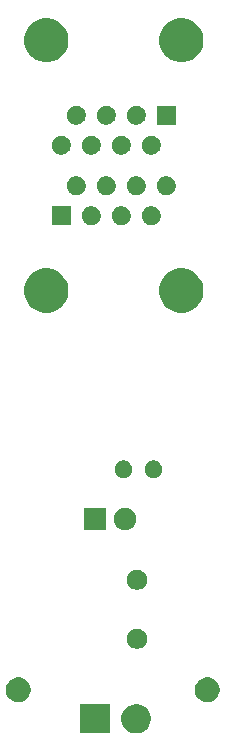
<source format=gbr>
G04 #@! TF.GenerationSoftware,KiCad,Pcbnew,5.1.5+dfsg1-2build2*
G04 #@! TF.CreationDate,2021-07-28T21:36:02-05:00*
G04 #@! TF.ProjectId,DIN_RAIL_POE_INJECTOR_SLIM,44494e5f-5241-4494-9c5f-504f455f494e,rev?*
G04 #@! TF.SameCoordinates,Original*
G04 #@! TF.FileFunction,Soldermask,Bot*
G04 #@! TF.FilePolarity,Negative*
%FSLAX46Y46*%
G04 Gerber Fmt 4.6, Leading zero omitted, Abs format (unit mm)*
G04 Created by KiCad (PCBNEW 5.1.5+dfsg1-2build2) date 2021-07-28 21:36:02*
%MOMM*%
%LPD*%
G04 APERTURE LIST*
%ADD10C,0.100000*%
G04 APERTURE END LIST*
D10*
G36*
X121212903Y-164437075D02*
G01*
X121440571Y-164531378D01*
X121645466Y-164668285D01*
X121819715Y-164842534D01*
X121956622Y-165047429D01*
X122050925Y-165275097D01*
X122099000Y-165516787D01*
X122099000Y-165763213D01*
X122050925Y-166004903D01*
X121956622Y-166232571D01*
X121819715Y-166437466D01*
X121645466Y-166611715D01*
X121440571Y-166748622D01*
X121440570Y-166748623D01*
X121440569Y-166748623D01*
X121212903Y-166842925D01*
X120971214Y-166891000D01*
X120724786Y-166891000D01*
X120483097Y-166842925D01*
X120255431Y-166748623D01*
X120255430Y-166748623D01*
X120255429Y-166748622D01*
X120050534Y-166611715D01*
X119876285Y-166437466D01*
X119739378Y-166232571D01*
X119645075Y-166004903D01*
X119597000Y-165763213D01*
X119597000Y-165516787D01*
X119645075Y-165275097D01*
X119739378Y-165047429D01*
X119876285Y-164842534D01*
X120050534Y-164668285D01*
X120255429Y-164531378D01*
X120483097Y-164437075D01*
X120724786Y-164389000D01*
X120971214Y-164389000D01*
X121212903Y-164437075D01*
G37*
G36*
X118599000Y-166891000D02*
G01*
X116097000Y-166891000D01*
X116097000Y-164389000D01*
X118599000Y-164389000D01*
X118599000Y-166891000D01*
G37*
G36*
X127179416Y-162184879D02*
G01*
X127370592Y-162264067D01*
X127370594Y-162264068D01*
X127542648Y-162379031D01*
X127688969Y-162525352D01*
X127803933Y-162697408D01*
X127883121Y-162888584D01*
X127923490Y-163091534D01*
X127923490Y-163298466D01*
X127883121Y-163501416D01*
X127803933Y-163692592D01*
X127803932Y-163692594D01*
X127688969Y-163864648D01*
X127542648Y-164010969D01*
X127370594Y-164125932D01*
X127370593Y-164125933D01*
X127370592Y-164125933D01*
X127179416Y-164205121D01*
X126976466Y-164245490D01*
X126769534Y-164245490D01*
X126566584Y-164205121D01*
X126375408Y-164125933D01*
X126375407Y-164125933D01*
X126375406Y-164125932D01*
X126203352Y-164010969D01*
X126057031Y-163864648D01*
X125942068Y-163692594D01*
X125942067Y-163692592D01*
X125862879Y-163501416D01*
X125822510Y-163298466D01*
X125822510Y-163091534D01*
X125862879Y-162888584D01*
X125942067Y-162697408D01*
X126057031Y-162525352D01*
X126203352Y-162379031D01*
X126375406Y-162264068D01*
X126375408Y-162264067D01*
X126566584Y-162184879D01*
X126769534Y-162144510D01*
X126976466Y-162144510D01*
X127179416Y-162184879D01*
G37*
G36*
X111177416Y-162184879D02*
G01*
X111368592Y-162264067D01*
X111368594Y-162264068D01*
X111540648Y-162379031D01*
X111686969Y-162525352D01*
X111801933Y-162697408D01*
X111881121Y-162888584D01*
X111921490Y-163091534D01*
X111921490Y-163298466D01*
X111881121Y-163501416D01*
X111801933Y-163692592D01*
X111801932Y-163692594D01*
X111686969Y-163864648D01*
X111540648Y-164010969D01*
X111368594Y-164125932D01*
X111368593Y-164125933D01*
X111368592Y-164125933D01*
X111177416Y-164205121D01*
X110974466Y-164245490D01*
X110767534Y-164245490D01*
X110564584Y-164205121D01*
X110373408Y-164125933D01*
X110373407Y-164125933D01*
X110373406Y-164125932D01*
X110201352Y-164010969D01*
X110055031Y-163864648D01*
X109940068Y-163692594D01*
X109940067Y-163692592D01*
X109860879Y-163501416D01*
X109820510Y-163298466D01*
X109820510Y-163091534D01*
X109860879Y-162888584D01*
X109940067Y-162697408D01*
X110055031Y-162525352D01*
X110201352Y-162379031D01*
X110373406Y-162264068D01*
X110373408Y-162264067D01*
X110564584Y-162184879D01*
X110767534Y-162144510D01*
X110974466Y-162144510D01*
X111177416Y-162184879D01*
G37*
G36*
X121152228Y-158058703D02*
G01*
X121307100Y-158122853D01*
X121446481Y-158215985D01*
X121565015Y-158334519D01*
X121658147Y-158473900D01*
X121722297Y-158628772D01*
X121755000Y-158793184D01*
X121755000Y-158960816D01*
X121722297Y-159125228D01*
X121658147Y-159280100D01*
X121565015Y-159419481D01*
X121446481Y-159538015D01*
X121307100Y-159631147D01*
X121152228Y-159695297D01*
X120987816Y-159728000D01*
X120820184Y-159728000D01*
X120655772Y-159695297D01*
X120500900Y-159631147D01*
X120361519Y-159538015D01*
X120242985Y-159419481D01*
X120149853Y-159280100D01*
X120085703Y-159125228D01*
X120053000Y-158960816D01*
X120053000Y-158793184D01*
X120085703Y-158628772D01*
X120149853Y-158473900D01*
X120242985Y-158334519D01*
X120361519Y-158215985D01*
X120500900Y-158122853D01*
X120655772Y-158058703D01*
X120820184Y-158026000D01*
X120987816Y-158026000D01*
X121152228Y-158058703D01*
G37*
G36*
X121152228Y-153058703D02*
G01*
X121307100Y-153122853D01*
X121446481Y-153215985D01*
X121565015Y-153334519D01*
X121658147Y-153473900D01*
X121722297Y-153628772D01*
X121755000Y-153793184D01*
X121755000Y-153960816D01*
X121722297Y-154125228D01*
X121658147Y-154280100D01*
X121565015Y-154419481D01*
X121446481Y-154538015D01*
X121307100Y-154631147D01*
X121152228Y-154695297D01*
X120987816Y-154728000D01*
X120820184Y-154728000D01*
X120655772Y-154695297D01*
X120500900Y-154631147D01*
X120361519Y-154538015D01*
X120242985Y-154419481D01*
X120149853Y-154280100D01*
X120085703Y-154125228D01*
X120053000Y-153960816D01*
X120053000Y-153793184D01*
X120085703Y-153628772D01*
X120149853Y-153473900D01*
X120242985Y-153334519D01*
X120361519Y-153215985D01*
X120500900Y-153122853D01*
X120655772Y-153058703D01*
X120820184Y-153026000D01*
X120987816Y-153026000D01*
X121152228Y-153058703D01*
G37*
G36*
X118299000Y-149668000D02*
G01*
X116397000Y-149668000D01*
X116397000Y-147766000D01*
X118299000Y-147766000D01*
X118299000Y-149668000D01*
G37*
G36*
X120165395Y-147802546D02*
G01*
X120338466Y-147874234D01*
X120338467Y-147874235D01*
X120494227Y-147978310D01*
X120626690Y-148110773D01*
X120626691Y-148110775D01*
X120730766Y-148266534D01*
X120802454Y-148439605D01*
X120839000Y-148623333D01*
X120839000Y-148810667D01*
X120802454Y-148994395D01*
X120730766Y-149167466D01*
X120730765Y-149167467D01*
X120626690Y-149323227D01*
X120494227Y-149455690D01*
X120415818Y-149508081D01*
X120338466Y-149559766D01*
X120165395Y-149631454D01*
X119981667Y-149668000D01*
X119794333Y-149668000D01*
X119610605Y-149631454D01*
X119437534Y-149559766D01*
X119360182Y-149508081D01*
X119281773Y-149455690D01*
X119149310Y-149323227D01*
X119045235Y-149167467D01*
X119045234Y-149167466D01*
X118973546Y-148994395D01*
X118937000Y-148810667D01*
X118937000Y-148623333D01*
X118973546Y-148439605D01*
X119045234Y-148266534D01*
X119149309Y-148110775D01*
X119149310Y-148110773D01*
X119281773Y-147978310D01*
X119437533Y-147874235D01*
X119437534Y-147874234D01*
X119610605Y-147802546D01*
X119794333Y-147766000D01*
X119981667Y-147766000D01*
X120165395Y-147802546D01*
G37*
G36*
X122520059Y-143803860D02*
G01*
X122656732Y-143860472D01*
X122779735Y-143942660D01*
X122884340Y-144047265D01*
X122966528Y-144170268D01*
X123023140Y-144306941D01*
X123052000Y-144452033D01*
X123052000Y-144599967D01*
X123023140Y-144745059D01*
X122966528Y-144881732D01*
X122884340Y-145004735D01*
X122779735Y-145109340D01*
X122656732Y-145191528D01*
X122656731Y-145191529D01*
X122656730Y-145191529D01*
X122520059Y-145248140D01*
X122374968Y-145277000D01*
X122227032Y-145277000D01*
X122081941Y-145248140D01*
X121945270Y-145191529D01*
X121945269Y-145191529D01*
X121945268Y-145191528D01*
X121822265Y-145109340D01*
X121717660Y-145004735D01*
X121635472Y-144881732D01*
X121578860Y-144745059D01*
X121550000Y-144599967D01*
X121550000Y-144452033D01*
X121578860Y-144306941D01*
X121635472Y-144170268D01*
X121717660Y-144047265D01*
X121822265Y-143942660D01*
X121945268Y-143860472D01*
X122081941Y-143803860D01*
X122227032Y-143775000D01*
X122374968Y-143775000D01*
X122520059Y-143803860D01*
G37*
G36*
X119980059Y-143803860D02*
G01*
X120116732Y-143860472D01*
X120239735Y-143942660D01*
X120344340Y-144047265D01*
X120426528Y-144170268D01*
X120483140Y-144306941D01*
X120512000Y-144452033D01*
X120512000Y-144599967D01*
X120483140Y-144745059D01*
X120426528Y-144881732D01*
X120344340Y-145004735D01*
X120239735Y-145109340D01*
X120116732Y-145191528D01*
X120116731Y-145191529D01*
X120116730Y-145191529D01*
X119980059Y-145248140D01*
X119834968Y-145277000D01*
X119687032Y-145277000D01*
X119541941Y-145248140D01*
X119405270Y-145191529D01*
X119405269Y-145191529D01*
X119405268Y-145191528D01*
X119282265Y-145109340D01*
X119177660Y-145004735D01*
X119095472Y-144881732D01*
X119038860Y-144745059D01*
X119010000Y-144599967D01*
X119010000Y-144452033D01*
X119038860Y-144306941D01*
X119095472Y-144170268D01*
X119177660Y-144047265D01*
X119282265Y-143942660D01*
X119405268Y-143860472D01*
X119541941Y-143803860D01*
X119687032Y-143775000D01*
X119834968Y-143775000D01*
X119980059Y-143803860D01*
G37*
G36*
X113777208Y-127593093D02*
G01*
X114118617Y-127734510D01*
X114118619Y-127734511D01*
X114425880Y-127939816D01*
X114687184Y-128201120D01*
X114892490Y-128508383D01*
X115033907Y-128849792D01*
X115106000Y-129212229D01*
X115106000Y-129581771D01*
X115033907Y-129944208D01*
X114892490Y-130285617D01*
X114892489Y-130285619D01*
X114687184Y-130592880D01*
X114425880Y-130854184D01*
X114118619Y-131059489D01*
X114118618Y-131059490D01*
X114118617Y-131059490D01*
X113777208Y-131200907D01*
X113414771Y-131273000D01*
X113045229Y-131273000D01*
X112682792Y-131200907D01*
X112341383Y-131059490D01*
X112341382Y-131059490D01*
X112341381Y-131059489D01*
X112034120Y-130854184D01*
X111772816Y-130592880D01*
X111567511Y-130285619D01*
X111567510Y-130285617D01*
X111426093Y-129944208D01*
X111354000Y-129581771D01*
X111354000Y-129212229D01*
X111426093Y-128849792D01*
X111567510Y-128508383D01*
X111772816Y-128201120D01*
X112034120Y-127939816D01*
X112341381Y-127734511D01*
X112341383Y-127734510D01*
X112682792Y-127593093D01*
X113045229Y-127521000D01*
X113414771Y-127521000D01*
X113777208Y-127593093D01*
G37*
G36*
X125207208Y-127593093D02*
G01*
X125548617Y-127734510D01*
X125548619Y-127734511D01*
X125855880Y-127939816D01*
X126117184Y-128201120D01*
X126322490Y-128508383D01*
X126463907Y-128849792D01*
X126536000Y-129212229D01*
X126536000Y-129581771D01*
X126463907Y-129944208D01*
X126322490Y-130285617D01*
X126322489Y-130285619D01*
X126117184Y-130592880D01*
X125855880Y-130854184D01*
X125548619Y-131059489D01*
X125548618Y-131059490D01*
X125548617Y-131059490D01*
X125207208Y-131200907D01*
X124844771Y-131273000D01*
X124475229Y-131273000D01*
X124112792Y-131200907D01*
X123771383Y-131059490D01*
X123771382Y-131059490D01*
X123771381Y-131059489D01*
X123464120Y-130854184D01*
X123202816Y-130592880D01*
X122997511Y-130285619D01*
X122997510Y-130285617D01*
X122856093Y-129944208D01*
X122784000Y-129581771D01*
X122784000Y-129212229D01*
X122856093Y-128849792D01*
X122997510Y-128508383D01*
X123202816Y-128201120D01*
X123464120Y-127939816D01*
X123771381Y-127734511D01*
X123771383Y-127734510D01*
X124112792Y-127593093D01*
X124475229Y-127521000D01*
X124844771Y-127521000D01*
X125207208Y-127593093D01*
G37*
G36*
X117273642Y-122276781D02*
G01*
X117419414Y-122337162D01*
X117419416Y-122337163D01*
X117550608Y-122424822D01*
X117662178Y-122536392D01*
X117749837Y-122667584D01*
X117749838Y-122667586D01*
X117810219Y-122813358D01*
X117841000Y-122968107D01*
X117841000Y-123125893D01*
X117810219Y-123280642D01*
X117749838Y-123426414D01*
X117749837Y-123426416D01*
X117662178Y-123557608D01*
X117550608Y-123669178D01*
X117419416Y-123756837D01*
X117419415Y-123756838D01*
X117419414Y-123756838D01*
X117273642Y-123817219D01*
X117118893Y-123848000D01*
X116961107Y-123848000D01*
X116806358Y-123817219D01*
X116660586Y-123756838D01*
X116660585Y-123756838D01*
X116660584Y-123756837D01*
X116529392Y-123669178D01*
X116417822Y-123557608D01*
X116330163Y-123426416D01*
X116330162Y-123426414D01*
X116269781Y-123280642D01*
X116239000Y-123125893D01*
X116239000Y-122968107D01*
X116269781Y-122813358D01*
X116330162Y-122667586D01*
X116330163Y-122667584D01*
X116417822Y-122536392D01*
X116529392Y-122424822D01*
X116660584Y-122337163D01*
X116660586Y-122337162D01*
X116806358Y-122276781D01*
X116961107Y-122246000D01*
X117118893Y-122246000D01*
X117273642Y-122276781D01*
G37*
G36*
X119813642Y-122276781D02*
G01*
X119959414Y-122337162D01*
X119959416Y-122337163D01*
X120090608Y-122424822D01*
X120202178Y-122536392D01*
X120289837Y-122667584D01*
X120289838Y-122667586D01*
X120350219Y-122813358D01*
X120381000Y-122968107D01*
X120381000Y-123125893D01*
X120350219Y-123280642D01*
X120289838Y-123426414D01*
X120289837Y-123426416D01*
X120202178Y-123557608D01*
X120090608Y-123669178D01*
X119959416Y-123756837D01*
X119959415Y-123756838D01*
X119959414Y-123756838D01*
X119813642Y-123817219D01*
X119658893Y-123848000D01*
X119501107Y-123848000D01*
X119346358Y-123817219D01*
X119200586Y-123756838D01*
X119200585Y-123756838D01*
X119200584Y-123756837D01*
X119069392Y-123669178D01*
X118957822Y-123557608D01*
X118870163Y-123426416D01*
X118870162Y-123426414D01*
X118809781Y-123280642D01*
X118779000Y-123125893D01*
X118779000Y-122968107D01*
X118809781Y-122813358D01*
X118870162Y-122667586D01*
X118870163Y-122667584D01*
X118957822Y-122536392D01*
X119069392Y-122424822D01*
X119200584Y-122337163D01*
X119200586Y-122337162D01*
X119346358Y-122276781D01*
X119501107Y-122246000D01*
X119658893Y-122246000D01*
X119813642Y-122276781D01*
G37*
G36*
X122353642Y-122276781D02*
G01*
X122499414Y-122337162D01*
X122499416Y-122337163D01*
X122630608Y-122424822D01*
X122742178Y-122536392D01*
X122829837Y-122667584D01*
X122829838Y-122667586D01*
X122890219Y-122813358D01*
X122921000Y-122968107D01*
X122921000Y-123125893D01*
X122890219Y-123280642D01*
X122829838Y-123426414D01*
X122829837Y-123426416D01*
X122742178Y-123557608D01*
X122630608Y-123669178D01*
X122499416Y-123756837D01*
X122499415Y-123756838D01*
X122499414Y-123756838D01*
X122353642Y-123817219D01*
X122198893Y-123848000D01*
X122041107Y-123848000D01*
X121886358Y-123817219D01*
X121740586Y-123756838D01*
X121740585Y-123756838D01*
X121740584Y-123756837D01*
X121609392Y-123669178D01*
X121497822Y-123557608D01*
X121410163Y-123426416D01*
X121410162Y-123426414D01*
X121349781Y-123280642D01*
X121319000Y-123125893D01*
X121319000Y-122968107D01*
X121349781Y-122813358D01*
X121410162Y-122667586D01*
X121410163Y-122667584D01*
X121497822Y-122536392D01*
X121609392Y-122424822D01*
X121740584Y-122337163D01*
X121740586Y-122337162D01*
X121886358Y-122276781D01*
X122041107Y-122246000D01*
X122198893Y-122246000D01*
X122353642Y-122276781D01*
G37*
G36*
X115301000Y-123848000D02*
G01*
X113699000Y-123848000D01*
X113699000Y-122246000D01*
X115301000Y-122246000D01*
X115301000Y-123848000D01*
G37*
G36*
X118543642Y-119736781D02*
G01*
X118689414Y-119797162D01*
X118689416Y-119797163D01*
X118820608Y-119884822D01*
X118932178Y-119996392D01*
X119019837Y-120127584D01*
X119019838Y-120127586D01*
X119080219Y-120273358D01*
X119111000Y-120428107D01*
X119111000Y-120585893D01*
X119080219Y-120740642D01*
X119019838Y-120886414D01*
X119019837Y-120886416D01*
X118932178Y-121017608D01*
X118820608Y-121129178D01*
X118689416Y-121216837D01*
X118689415Y-121216838D01*
X118689414Y-121216838D01*
X118543642Y-121277219D01*
X118388893Y-121308000D01*
X118231107Y-121308000D01*
X118076358Y-121277219D01*
X117930586Y-121216838D01*
X117930585Y-121216838D01*
X117930584Y-121216837D01*
X117799392Y-121129178D01*
X117687822Y-121017608D01*
X117600163Y-120886416D01*
X117600162Y-120886414D01*
X117539781Y-120740642D01*
X117509000Y-120585893D01*
X117509000Y-120428107D01*
X117539781Y-120273358D01*
X117600162Y-120127586D01*
X117600163Y-120127584D01*
X117687822Y-119996392D01*
X117799392Y-119884822D01*
X117930584Y-119797163D01*
X117930586Y-119797162D01*
X118076358Y-119736781D01*
X118231107Y-119706000D01*
X118388893Y-119706000D01*
X118543642Y-119736781D01*
G37*
G36*
X123623642Y-119736781D02*
G01*
X123769414Y-119797162D01*
X123769416Y-119797163D01*
X123900608Y-119884822D01*
X124012178Y-119996392D01*
X124099837Y-120127584D01*
X124099838Y-120127586D01*
X124160219Y-120273358D01*
X124191000Y-120428107D01*
X124191000Y-120585893D01*
X124160219Y-120740642D01*
X124099838Y-120886414D01*
X124099837Y-120886416D01*
X124012178Y-121017608D01*
X123900608Y-121129178D01*
X123769416Y-121216837D01*
X123769415Y-121216838D01*
X123769414Y-121216838D01*
X123623642Y-121277219D01*
X123468893Y-121308000D01*
X123311107Y-121308000D01*
X123156358Y-121277219D01*
X123010586Y-121216838D01*
X123010585Y-121216838D01*
X123010584Y-121216837D01*
X122879392Y-121129178D01*
X122767822Y-121017608D01*
X122680163Y-120886416D01*
X122680162Y-120886414D01*
X122619781Y-120740642D01*
X122589000Y-120585893D01*
X122589000Y-120428107D01*
X122619781Y-120273358D01*
X122680162Y-120127586D01*
X122680163Y-120127584D01*
X122767822Y-119996392D01*
X122879392Y-119884822D01*
X123010584Y-119797163D01*
X123010586Y-119797162D01*
X123156358Y-119736781D01*
X123311107Y-119706000D01*
X123468893Y-119706000D01*
X123623642Y-119736781D01*
G37*
G36*
X121083642Y-119736781D02*
G01*
X121229414Y-119797162D01*
X121229416Y-119797163D01*
X121360608Y-119884822D01*
X121472178Y-119996392D01*
X121559837Y-120127584D01*
X121559838Y-120127586D01*
X121620219Y-120273358D01*
X121651000Y-120428107D01*
X121651000Y-120585893D01*
X121620219Y-120740642D01*
X121559838Y-120886414D01*
X121559837Y-120886416D01*
X121472178Y-121017608D01*
X121360608Y-121129178D01*
X121229416Y-121216837D01*
X121229415Y-121216838D01*
X121229414Y-121216838D01*
X121083642Y-121277219D01*
X120928893Y-121308000D01*
X120771107Y-121308000D01*
X120616358Y-121277219D01*
X120470586Y-121216838D01*
X120470585Y-121216838D01*
X120470584Y-121216837D01*
X120339392Y-121129178D01*
X120227822Y-121017608D01*
X120140163Y-120886416D01*
X120140162Y-120886414D01*
X120079781Y-120740642D01*
X120049000Y-120585893D01*
X120049000Y-120428107D01*
X120079781Y-120273358D01*
X120140162Y-120127586D01*
X120140163Y-120127584D01*
X120227822Y-119996392D01*
X120339392Y-119884822D01*
X120470584Y-119797163D01*
X120470586Y-119797162D01*
X120616358Y-119736781D01*
X120771107Y-119706000D01*
X120928893Y-119706000D01*
X121083642Y-119736781D01*
G37*
G36*
X116003642Y-119736781D02*
G01*
X116149414Y-119797162D01*
X116149416Y-119797163D01*
X116280608Y-119884822D01*
X116392178Y-119996392D01*
X116479837Y-120127584D01*
X116479838Y-120127586D01*
X116540219Y-120273358D01*
X116571000Y-120428107D01*
X116571000Y-120585893D01*
X116540219Y-120740642D01*
X116479838Y-120886414D01*
X116479837Y-120886416D01*
X116392178Y-121017608D01*
X116280608Y-121129178D01*
X116149416Y-121216837D01*
X116149415Y-121216838D01*
X116149414Y-121216838D01*
X116003642Y-121277219D01*
X115848893Y-121308000D01*
X115691107Y-121308000D01*
X115536358Y-121277219D01*
X115390586Y-121216838D01*
X115390585Y-121216838D01*
X115390584Y-121216837D01*
X115259392Y-121129178D01*
X115147822Y-121017608D01*
X115060163Y-120886416D01*
X115060162Y-120886414D01*
X114999781Y-120740642D01*
X114969000Y-120585893D01*
X114969000Y-120428107D01*
X114999781Y-120273358D01*
X115060162Y-120127586D01*
X115060163Y-120127584D01*
X115147822Y-119996392D01*
X115259392Y-119884822D01*
X115390584Y-119797163D01*
X115390586Y-119797162D01*
X115536358Y-119736781D01*
X115691107Y-119706000D01*
X115848893Y-119706000D01*
X116003642Y-119736781D01*
G37*
G36*
X114733642Y-116307781D02*
G01*
X114879414Y-116368162D01*
X114879416Y-116368163D01*
X115010608Y-116455822D01*
X115122178Y-116567392D01*
X115209837Y-116698584D01*
X115209838Y-116698586D01*
X115270219Y-116844358D01*
X115301000Y-116999107D01*
X115301000Y-117156893D01*
X115270219Y-117311642D01*
X115209838Y-117457414D01*
X115209837Y-117457416D01*
X115122178Y-117588608D01*
X115010608Y-117700178D01*
X114879416Y-117787837D01*
X114879415Y-117787838D01*
X114879414Y-117787838D01*
X114733642Y-117848219D01*
X114578893Y-117879000D01*
X114421107Y-117879000D01*
X114266358Y-117848219D01*
X114120586Y-117787838D01*
X114120585Y-117787838D01*
X114120584Y-117787837D01*
X113989392Y-117700178D01*
X113877822Y-117588608D01*
X113790163Y-117457416D01*
X113790162Y-117457414D01*
X113729781Y-117311642D01*
X113699000Y-117156893D01*
X113699000Y-116999107D01*
X113729781Y-116844358D01*
X113790162Y-116698586D01*
X113790163Y-116698584D01*
X113877822Y-116567392D01*
X113989392Y-116455822D01*
X114120584Y-116368163D01*
X114120586Y-116368162D01*
X114266358Y-116307781D01*
X114421107Y-116277000D01*
X114578893Y-116277000D01*
X114733642Y-116307781D01*
G37*
G36*
X122353642Y-116307781D02*
G01*
X122499414Y-116368162D01*
X122499416Y-116368163D01*
X122630608Y-116455822D01*
X122742178Y-116567392D01*
X122829837Y-116698584D01*
X122829838Y-116698586D01*
X122890219Y-116844358D01*
X122921000Y-116999107D01*
X122921000Y-117156893D01*
X122890219Y-117311642D01*
X122829838Y-117457414D01*
X122829837Y-117457416D01*
X122742178Y-117588608D01*
X122630608Y-117700178D01*
X122499416Y-117787837D01*
X122499415Y-117787838D01*
X122499414Y-117787838D01*
X122353642Y-117848219D01*
X122198893Y-117879000D01*
X122041107Y-117879000D01*
X121886358Y-117848219D01*
X121740586Y-117787838D01*
X121740585Y-117787838D01*
X121740584Y-117787837D01*
X121609392Y-117700178D01*
X121497822Y-117588608D01*
X121410163Y-117457416D01*
X121410162Y-117457414D01*
X121349781Y-117311642D01*
X121319000Y-117156893D01*
X121319000Y-116999107D01*
X121349781Y-116844358D01*
X121410162Y-116698586D01*
X121410163Y-116698584D01*
X121497822Y-116567392D01*
X121609392Y-116455822D01*
X121740584Y-116368163D01*
X121740586Y-116368162D01*
X121886358Y-116307781D01*
X122041107Y-116277000D01*
X122198893Y-116277000D01*
X122353642Y-116307781D01*
G37*
G36*
X119813642Y-116307781D02*
G01*
X119959414Y-116368162D01*
X119959416Y-116368163D01*
X120090608Y-116455822D01*
X120202178Y-116567392D01*
X120289837Y-116698584D01*
X120289838Y-116698586D01*
X120350219Y-116844358D01*
X120381000Y-116999107D01*
X120381000Y-117156893D01*
X120350219Y-117311642D01*
X120289838Y-117457414D01*
X120289837Y-117457416D01*
X120202178Y-117588608D01*
X120090608Y-117700178D01*
X119959416Y-117787837D01*
X119959415Y-117787838D01*
X119959414Y-117787838D01*
X119813642Y-117848219D01*
X119658893Y-117879000D01*
X119501107Y-117879000D01*
X119346358Y-117848219D01*
X119200586Y-117787838D01*
X119200585Y-117787838D01*
X119200584Y-117787837D01*
X119069392Y-117700178D01*
X118957822Y-117588608D01*
X118870163Y-117457416D01*
X118870162Y-117457414D01*
X118809781Y-117311642D01*
X118779000Y-117156893D01*
X118779000Y-116999107D01*
X118809781Y-116844358D01*
X118870162Y-116698586D01*
X118870163Y-116698584D01*
X118957822Y-116567392D01*
X119069392Y-116455822D01*
X119200584Y-116368163D01*
X119200586Y-116368162D01*
X119346358Y-116307781D01*
X119501107Y-116277000D01*
X119658893Y-116277000D01*
X119813642Y-116307781D01*
G37*
G36*
X117273642Y-116307781D02*
G01*
X117419414Y-116368162D01*
X117419416Y-116368163D01*
X117550608Y-116455822D01*
X117662178Y-116567392D01*
X117749837Y-116698584D01*
X117749838Y-116698586D01*
X117810219Y-116844358D01*
X117841000Y-116999107D01*
X117841000Y-117156893D01*
X117810219Y-117311642D01*
X117749838Y-117457414D01*
X117749837Y-117457416D01*
X117662178Y-117588608D01*
X117550608Y-117700178D01*
X117419416Y-117787837D01*
X117419415Y-117787838D01*
X117419414Y-117787838D01*
X117273642Y-117848219D01*
X117118893Y-117879000D01*
X116961107Y-117879000D01*
X116806358Y-117848219D01*
X116660586Y-117787838D01*
X116660585Y-117787838D01*
X116660584Y-117787837D01*
X116529392Y-117700178D01*
X116417822Y-117588608D01*
X116330163Y-117457416D01*
X116330162Y-117457414D01*
X116269781Y-117311642D01*
X116239000Y-117156893D01*
X116239000Y-116999107D01*
X116269781Y-116844358D01*
X116330162Y-116698586D01*
X116330163Y-116698584D01*
X116417822Y-116567392D01*
X116529392Y-116455822D01*
X116660584Y-116368163D01*
X116660586Y-116368162D01*
X116806358Y-116307781D01*
X116961107Y-116277000D01*
X117118893Y-116277000D01*
X117273642Y-116307781D01*
G37*
G36*
X116003642Y-113767781D02*
G01*
X116149414Y-113828162D01*
X116149416Y-113828163D01*
X116280608Y-113915822D01*
X116392178Y-114027392D01*
X116479837Y-114158584D01*
X116479838Y-114158586D01*
X116540219Y-114304358D01*
X116571000Y-114459107D01*
X116571000Y-114616893D01*
X116540219Y-114771642D01*
X116479838Y-114917414D01*
X116479837Y-114917416D01*
X116392178Y-115048608D01*
X116280608Y-115160178D01*
X116149416Y-115247837D01*
X116149415Y-115247838D01*
X116149414Y-115247838D01*
X116003642Y-115308219D01*
X115848893Y-115339000D01*
X115691107Y-115339000D01*
X115536358Y-115308219D01*
X115390586Y-115247838D01*
X115390585Y-115247838D01*
X115390584Y-115247837D01*
X115259392Y-115160178D01*
X115147822Y-115048608D01*
X115060163Y-114917416D01*
X115060162Y-114917414D01*
X114999781Y-114771642D01*
X114969000Y-114616893D01*
X114969000Y-114459107D01*
X114999781Y-114304358D01*
X115060162Y-114158586D01*
X115060163Y-114158584D01*
X115147822Y-114027392D01*
X115259392Y-113915822D01*
X115390584Y-113828163D01*
X115390586Y-113828162D01*
X115536358Y-113767781D01*
X115691107Y-113737000D01*
X115848893Y-113737000D01*
X116003642Y-113767781D01*
G37*
G36*
X124191000Y-115339000D02*
G01*
X122589000Y-115339000D01*
X122589000Y-113737000D01*
X124191000Y-113737000D01*
X124191000Y-115339000D01*
G37*
G36*
X118543642Y-113767781D02*
G01*
X118689414Y-113828162D01*
X118689416Y-113828163D01*
X118820608Y-113915822D01*
X118932178Y-114027392D01*
X119019837Y-114158584D01*
X119019838Y-114158586D01*
X119080219Y-114304358D01*
X119111000Y-114459107D01*
X119111000Y-114616893D01*
X119080219Y-114771642D01*
X119019838Y-114917414D01*
X119019837Y-114917416D01*
X118932178Y-115048608D01*
X118820608Y-115160178D01*
X118689416Y-115247837D01*
X118689415Y-115247838D01*
X118689414Y-115247838D01*
X118543642Y-115308219D01*
X118388893Y-115339000D01*
X118231107Y-115339000D01*
X118076358Y-115308219D01*
X117930586Y-115247838D01*
X117930585Y-115247838D01*
X117930584Y-115247837D01*
X117799392Y-115160178D01*
X117687822Y-115048608D01*
X117600163Y-114917416D01*
X117600162Y-114917414D01*
X117539781Y-114771642D01*
X117509000Y-114616893D01*
X117509000Y-114459107D01*
X117539781Y-114304358D01*
X117600162Y-114158586D01*
X117600163Y-114158584D01*
X117687822Y-114027392D01*
X117799392Y-113915822D01*
X117930584Y-113828163D01*
X117930586Y-113828162D01*
X118076358Y-113767781D01*
X118231107Y-113737000D01*
X118388893Y-113737000D01*
X118543642Y-113767781D01*
G37*
G36*
X121083642Y-113767781D02*
G01*
X121229414Y-113828162D01*
X121229416Y-113828163D01*
X121360608Y-113915822D01*
X121472178Y-114027392D01*
X121559837Y-114158584D01*
X121559838Y-114158586D01*
X121620219Y-114304358D01*
X121651000Y-114459107D01*
X121651000Y-114616893D01*
X121620219Y-114771642D01*
X121559838Y-114917414D01*
X121559837Y-114917416D01*
X121472178Y-115048608D01*
X121360608Y-115160178D01*
X121229416Y-115247837D01*
X121229415Y-115247838D01*
X121229414Y-115247838D01*
X121083642Y-115308219D01*
X120928893Y-115339000D01*
X120771107Y-115339000D01*
X120616358Y-115308219D01*
X120470586Y-115247838D01*
X120470585Y-115247838D01*
X120470584Y-115247837D01*
X120339392Y-115160178D01*
X120227822Y-115048608D01*
X120140163Y-114917416D01*
X120140162Y-114917414D01*
X120079781Y-114771642D01*
X120049000Y-114616893D01*
X120049000Y-114459107D01*
X120079781Y-114304358D01*
X120140162Y-114158586D01*
X120140163Y-114158584D01*
X120227822Y-114027392D01*
X120339392Y-113915822D01*
X120470584Y-113828163D01*
X120470586Y-113828162D01*
X120616358Y-113767781D01*
X120771107Y-113737000D01*
X120928893Y-113737000D01*
X121083642Y-113767781D01*
G37*
G36*
X113777208Y-106384093D02*
G01*
X114118617Y-106525510D01*
X114118619Y-106525511D01*
X114425880Y-106730816D01*
X114687184Y-106992120D01*
X114892490Y-107299383D01*
X115033907Y-107640792D01*
X115106000Y-108003229D01*
X115106000Y-108372771D01*
X115033907Y-108735208D01*
X114892490Y-109076617D01*
X114892489Y-109076619D01*
X114687184Y-109383880D01*
X114425880Y-109645184D01*
X114118619Y-109850489D01*
X114118618Y-109850490D01*
X114118617Y-109850490D01*
X113777208Y-109991907D01*
X113414771Y-110064000D01*
X113045229Y-110064000D01*
X112682792Y-109991907D01*
X112341383Y-109850490D01*
X112341382Y-109850490D01*
X112341381Y-109850489D01*
X112034120Y-109645184D01*
X111772816Y-109383880D01*
X111567511Y-109076619D01*
X111567510Y-109076617D01*
X111426093Y-108735208D01*
X111354000Y-108372771D01*
X111354000Y-108003229D01*
X111426093Y-107640792D01*
X111567510Y-107299383D01*
X111772816Y-106992120D01*
X112034120Y-106730816D01*
X112341381Y-106525511D01*
X112341383Y-106525510D01*
X112682792Y-106384093D01*
X113045229Y-106312000D01*
X113414771Y-106312000D01*
X113777208Y-106384093D01*
G37*
G36*
X125207208Y-106384093D02*
G01*
X125548617Y-106525510D01*
X125548619Y-106525511D01*
X125855880Y-106730816D01*
X126117184Y-106992120D01*
X126322490Y-107299383D01*
X126463907Y-107640792D01*
X126536000Y-108003229D01*
X126536000Y-108372771D01*
X126463907Y-108735208D01*
X126322490Y-109076617D01*
X126322489Y-109076619D01*
X126117184Y-109383880D01*
X125855880Y-109645184D01*
X125548619Y-109850489D01*
X125548618Y-109850490D01*
X125548617Y-109850490D01*
X125207208Y-109991907D01*
X124844771Y-110064000D01*
X124475229Y-110064000D01*
X124112792Y-109991907D01*
X123771383Y-109850490D01*
X123771382Y-109850490D01*
X123771381Y-109850489D01*
X123464120Y-109645184D01*
X123202816Y-109383880D01*
X122997511Y-109076619D01*
X122997510Y-109076617D01*
X122856093Y-108735208D01*
X122784000Y-108372771D01*
X122784000Y-108003229D01*
X122856093Y-107640792D01*
X122997510Y-107299383D01*
X123202816Y-106992120D01*
X123464120Y-106730816D01*
X123771381Y-106525511D01*
X123771383Y-106525510D01*
X124112792Y-106384093D01*
X124475229Y-106312000D01*
X124844771Y-106312000D01*
X125207208Y-106384093D01*
G37*
M02*

</source>
